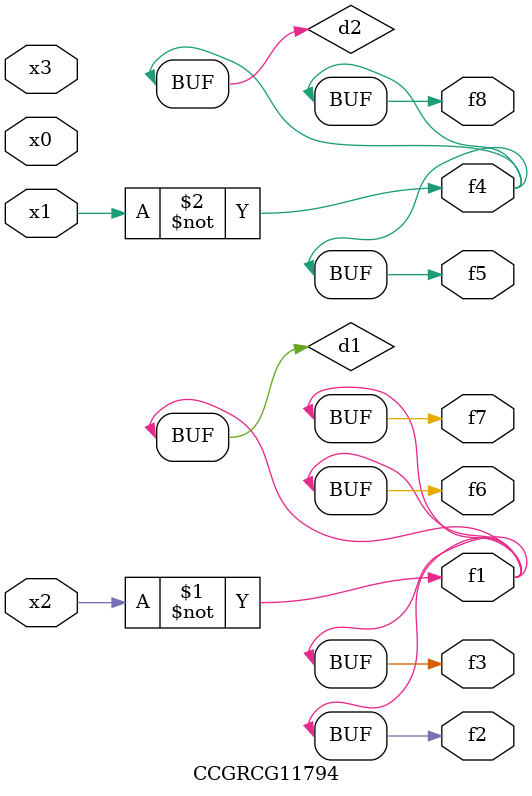
<source format=v>
module CCGRCG11794(
	input x0, x1, x2, x3,
	output f1, f2, f3, f4, f5, f6, f7, f8
);

	wire d1, d2;

	xnor (d1, x2);
	not (d2, x1);
	assign f1 = d1;
	assign f2 = d1;
	assign f3 = d1;
	assign f4 = d2;
	assign f5 = d2;
	assign f6 = d1;
	assign f7 = d1;
	assign f8 = d2;
endmodule

</source>
